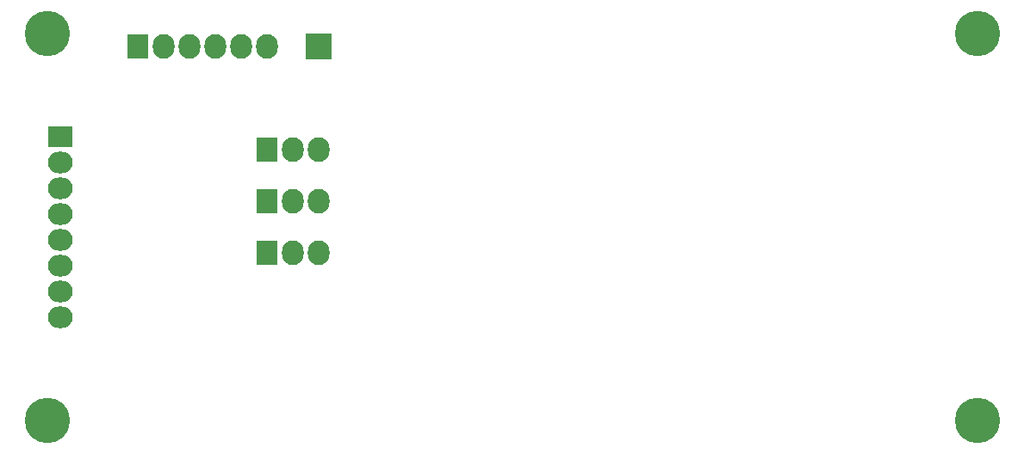
<source format=gbr>
G04 #@! TF.FileFunction,Soldermask,Bot*
%FSLAX46Y46*%
G04 Gerber Fmt 4.6, Leading zero omitted, Abs format (unit mm)*
G04 Created by KiCad (PCBNEW 4.0.2-stable) date 8/08/2016 13:57:25*
%MOMM*%
G01*
G04 APERTURE LIST*
%ADD10C,0.100000*%
%ADD11C,4.464000*%
%ADD12R,2.127200X2.432000*%
%ADD13O,2.127200X2.432000*%
%ADD14R,2.432000X2.127200*%
%ADD15O,2.432000X2.127200*%
%ADD16R,2.635200X2.635200*%
G04 APERTURE END LIST*
D10*
D11*
X26670000Y-24130000D03*
X118110000Y-24130000D03*
X118110000Y-62230000D03*
D12*
X35560000Y-25400000D03*
D13*
X38100000Y-25400000D03*
X40640000Y-25400000D03*
X43180000Y-25400000D03*
X45720000Y-25400000D03*
X48260000Y-25400000D03*
D12*
X48260000Y-35560000D03*
D13*
X50800000Y-35560000D03*
X53340000Y-35560000D03*
D12*
X48260000Y-40640000D03*
D13*
X50800000Y-40640000D03*
X53340000Y-40640000D03*
D12*
X48260000Y-45720000D03*
D13*
X50800000Y-45720000D03*
X53340000Y-45720000D03*
D11*
X26670000Y-62230000D03*
D14*
X27940000Y-34290000D03*
D15*
X27940000Y-36830000D03*
X27940000Y-39370000D03*
X27940000Y-41910000D03*
X27940000Y-44450000D03*
X27940000Y-46990000D03*
X27940000Y-49530000D03*
X27940000Y-52070000D03*
D16*
X53340000Y-25400000D03*
M02*

</source>
